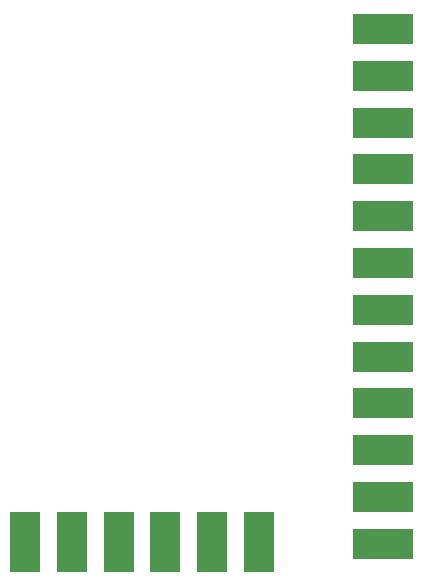
<source format=gtp>
G04 EAGLE Gerber RS-274X export*
G75*
%MOMM*%
%FSLAX34Y34*%
%LPD*%
%INTop Paste*%
%IPPOS*%
%AMOC8*
5,1,8,0,0,1.08239X$1,22.5*%
G01*
%ADD10R,5.080000X2.540000*%
%ADD11R,2.540000X5.080000*%


D10*
X580260Y523000D03*
X580260Y483400D03*
X580260Y443800D03*
X580260Y404200D03*
X580260Y364600D03*
X580260Y325000D03*
X580260Y285400D03*
X580260Y245800D03*
X580260Y206200D03*
X580260Y166600D03*
X580260Y127000D03*
X580260Y87400D03*
D11*
X277050Y88760D03*
X316650Y88760D03*
X356250Y88760D03*
X395850Y88760D03*
X435450Y88760D03*
X475050Y88760D03*
M02*

</source>
